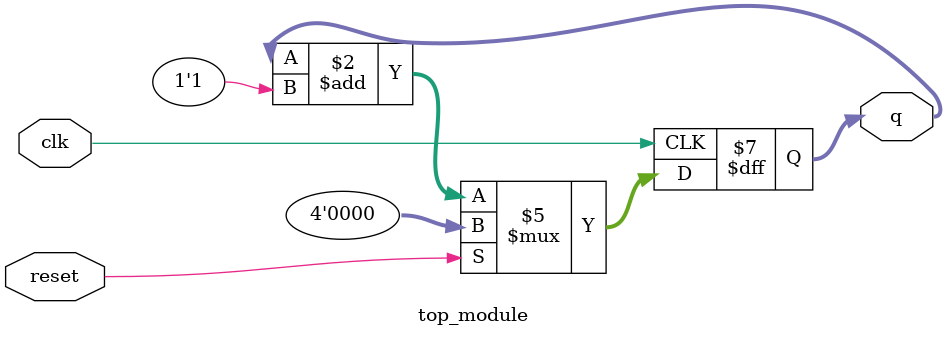
<source format=v>
module top_module (
    input clk,
    input reset,      // Synchronous active-high reset
    output reg [3:0] q);
    
    initial q <= 4'h0; 
    always @(posedge clk)
        begin
            if (reset) q <= 4'h0;
            else q <= q + 1'b1;
        end
endmodule

</source>
